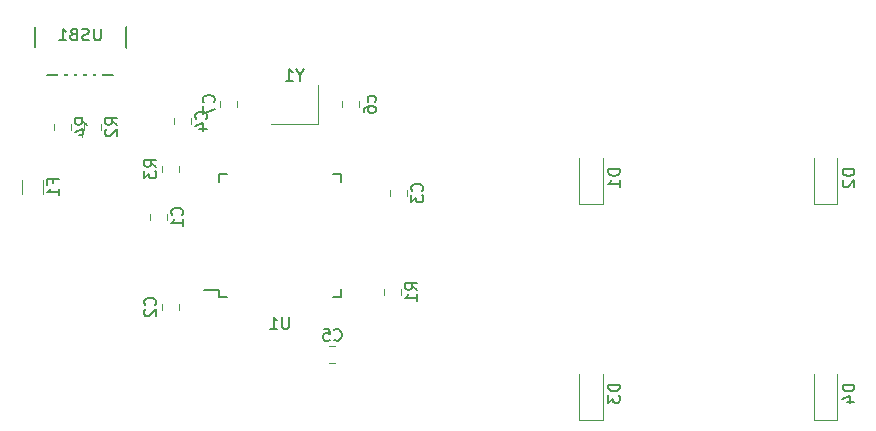
<source format=gbo>
%TF.GenerationSoftware,KiCad,Pcbnew,(5.1.6)-1*%
%TF.CreationDate,2020-06-28T09:04:37-05:00*%
%TF.ProjectId,PcbTUT,50636254-5554-42e6-9b69-6361645f7063,rev?*%
%TF.SameCoordinates,Original*%
%TF.FileFunction,Legend,Bot*%
%TF.FilePolarity,Positive*%
%FSLAX46Y46*%
G04 Gerber Fmt 4.6, Leading zero omitted, Abs format (unit mm)*
G04 Created by KiCad (PCBNEW (5.1.6)-1) date 2020-06-28 09:04:37*
%MOMM*%
%LPD*%
G01*
G04 APERTURE LIST*
%ADD10C,0.120000*%
%ADD11C,0.150000*%
%ADD12C,1.850000*%
%ADD13C,2.350000*%
%ADD14C,4.087800*%
%ADD15R,1.500000X1.300000*%
%ADD16O,1.800000X2.800000*%
%ADD17R,0.600000X2.350000*%
%ADD18R,0.650000X1.600000*%
%ADD19R,1.600000X0.650000*%
%ADD20R,1.300000X1.000000*%
G04 APERTURE END LIST*
D10*
%TO.C,Y1*%
X92773250Y-87377000D02*
X92773250Y-90677000D01*
X92773250Y-90677000D02*
X88773250Y-90677000D01*
D11*
%TO.C,USB1*%
X68794000Y-86577600D02*
X76494000Y-86577600D01*
X76494000Y-81127600D02*
X76494000Y-86577600D01*
X68794000Y-81127600D02*
X68794000Y-86577600D01*
%TO.C,U1*%
X84360000Y-105314500D02*
X84360000Y-104739500D01*
X94710000Y-105314500D02*
X94710000Y-104639500D01*
X94710000Y-94964500D02*
X94710000Y-95639500D01*
X84360000Y-94964500D02*
X84360000Y-95639500D01*
X84360000Y-105314500D02*
X85035000Y-105314500D01*
X84360000Y-94964500D02*
X85035000Y-94964500D01*
X94710000Y-94964500D02*
X94035000Y-94964500D01*
X94710000Y-105314500D02*
X94035000Y-105314500D01*
X84360000Y-104739500D02*
X83085000Y-104739500D01*
D10*
%TO.C,R4*%
X71830000Y-91190578D02*
X71830000Y-90673422D01*
X70410000Y-91190578D02*
X70410000Y-90673422D01*
%TO.C,R3*%
X79554000Y-94229422D02*
X79554000Y-94746578D01*
X80974000Y-94229422D02*
X80974000Y-94746578D01*
%TO.C,R2*%
X74370000Y-91190578D02*
X74370000Y-90673422D01*
X72950000Y-91190578D02*
X72950000Y-90673422D01*
%TO.C,R1*%
X99770000Y-105160578D02*
X99770000Y-104643422D01*
X98350000Y-105160578D02*
X98350000Y-104643422D01*
%TO.C,F1*%
X69490000Y-96614064D02*
X69490000Y-95409936D01*
X67670000Y-96614064D02*
X67670000Y-95409936D01*
%TO.C,D4*%
X136731250Y-115756250D02*
X134731250Y-115756250D01*
X134731250Y-115756250D02*
X134731250Y-111856250D01*
X136731250Y-115756250D02*
X136731250Y-111856250D01*
%TO.C,D3*%
X116887500Y-115756250D02*
X114887500Y-115756250D01*
X114887500Y-115756250D02*
X114887500Y-111856250D01*
X116887500Y-115756250D02*
X116887500Y-111856250D01*
%TO.C,D2*%
X136731250Y-97500000D02*
X134731250Y-97500000D01*
X134731250Y-97500000D02*
X134731250Y-93600000D01*
X136731250Y-97500000D02*
X136731250Y-93600000D01*
%TO.C,D1*%
X116887500Y-97500000D02*
X114887500Y-97500000D01*
X114887500Y-97500000D02*
X114887500Y-93600000D01*
X116887500Y-97500000D02*
X116887500Y-93600000D01*
%TO.C,C7*%
X84507000Y-88768422D02*
X84507000Y-89285578D01*
X85927000Y-88768422D02*
X85927000Y-89285578D01*
%TO.C,c6*%
X96245750Y-89285578D02*
X96245750Y-88768422D01*
X94825750Y-89285578D02*
X94825750Y-88768422D01*
%TO.C,C5*%
X94238578Y-109526000D02*
X93721422Y-109526000D01*
X94238578Y-110946000D02*
X93721422Y-110946000D01*
%TO.C,C4*%
X81990000Y-90682578D02*
X81990000Y-90165422D01*
X80570000Y-90682578D02*
X80570000Y-90165422D01*
%TO.C,C3*%
X100278000Y-96778578D02*
X100278000Y-96261422D01*
X98858000Y-96778578D02*
X98858000Y-96261422D01*
%TO.C,C2*%
X79554000Y-105913422D02*
X79554000Y-106430578D01*
X80974000Y-105913422D02*
X80974000Y-106430578D01*
%TO.C,C1*%
X79958000Y-98810578D02*
X79958000Y-98293422D01*
X78538000Y-98810578D02*
X78538000Y-98293422D01*
%TO.C,Y1*%
D11*
X91249440Y-86553190D02*
X91249440Y-87029380D01*
X91582773Y-86029380D02*
X91249440Y-86553190D01*
X90916107Y-86029380D01*
X90058964Y-87029380D02*
X90630392Y-87029380D01*
X90344678Y-87029380D02*
X90344678Y-86029380D01*
X90439916Y-86172238D01*
X90535154Y-86267476D01*
X90630392Y-86315095D01*
%TO.C,USB1*%
X74382095Y-82611980D02*
X74382095Y-83421504D01*
X74334476Y-83516742D01*
X74286857Y-83564361D01*
X74191619Y-83611980D01*
X74001142Y-83611980D01*
X73905904Y-83564361D01*
X73858285Y-83516742D01*
X73810666Y-83421504D01*
X73810666Y-82611980D01*
X73382095Y-83564361D02*
X73239238Y-83611980D01*
X73001142Y-83611980D01*
X72905904Y-83564361D01*
X72858285Y-83516742D01*
X72810666Y-83421504D01*
X72810666Y-83326266D01*
X72858285Y-83231028D01*
X72905904Y-83183409D01*
X73001142Y-83135790D01*
X73191619Y-83088171D01*
X73286857Y-83040552D01*
X73334476Y-82992933D01*
X73382095Y-82897695D01*
X73382095Y-82802457D01*
X73334476Y-82707219D01*
X73286857Y-82659600D01*
X73191619Y-82611980D01*
X72953523Y-82611980D01*
X72810666Y-82659600D01*
X72048761Y-83088171D02*
X71905904Y-83135790D01*
X71858285Y-83183409D01*
X71810666Y-83278647D01*
X71810666Y-83421504D01*
X71858285Y-83516742D01*
X71905904Y-83564361D01*
X72001142Y-83611980D01*
X72382095Y-83611980D01*
X72382095Y-82611980D01*
X72048761Y-82611980D01*
X71953523Y-82659600D01*
X71905904Y-82707219D01*
X71858285Y-82802457D01*
X71858285Y-82897695D01*
X71905904Y-82992933D01*
X71953523Y-83040552D01*
X72048761Y-83088171D01*
X72382095Y-83088171D01*
X70858285Y-83611980D02*
X71429714Y-83611980D01*
X71144000Y-83611980D02*
X71144000Y-82611980D01*
X71239238Y-82754838D01*
X71334476Y-82850076D01*
X71429714Y-82897695D01*
%TO.C,U1*%
X90296904Y-107041880D02*
X90296904Y-107851404D01*
X90249285Y-107946642D01*
X90201666Y-107994261D01*
X90106428Y-108041880D01*
X89915952Y-108041880D01*
X89820714Y-107994261D01*
X89773095Y-107946642D01*
X89725476Y-107851404D01*
X89725476Y-107041880D01*
X88725476Y-108041880D02*
X89296904Y-108041880D01*
X89011190Y-108041880D02*
X89011190Y-107041880D01*
X89106428Y-107184738D01*
X89201666Y-107279976D01*
X89296904Y-107327595D01*
%TO.C,R4*%
X73222380Y-90765333D02*
X72746190Y-90432000D01*
X73222380Y-90193904D02*
X72222380Y-90193904D01*
X72222380Y-90574857D01*
X72270000Y-90670095D01*
X72317619Y-90717714D01*
X72412857Y-90765333D01*
X72555714Y-90765333D01*
X72650952Y-90717714D01*
X72698571Y-90670095D01*
X72746190Y-90574857D01*
X72746190Y-90193904D01*
X72555714Y-91622476D02*
X73222380Y-91622476D01*
X72174761Y-91384380D02*
X72889047Y-91146285D01*
X72889047Y-91765333D01*
%TO.C,R3*%
X79066380Y-94321333D02*
X78590190Y-93988000D01*
X79066380Y-93749904D02*
X78066380Y-93749904D01*
X78066380Y-94130857D01*
X78114000Y-94226095D01*
X78161619Y-94273714D01*
X78256857Y-94321333D01*
X78399714Y-94321333D01*
X78494952Y-94273714D01*
X78542571Y-94226095D01*
X78590190Y-94130857D01*
X78590190Y-93749904D01*
X78066380Y-94654666D02*
X78066380Y-95273714D01*
X78447333Y-94940380D01*
X78447333Y-95083238D01*
X78494952Y-95178476D01*
X78542571Y-95226095D01*
X78637809Y-95273714D01*
X78875904Y-95273714D01*
X78971142Y-95226095D01*
X79018761Y-95178476D01*
X79066380Y-95083238D01*
X79066380Y-94797523D01*
X79018761Y-94702285D01*
X78971142Y-94654666D01*
%TO.C,R2*%
X75762380Y-90765333D02*
X75286190Y-90432000D01*
X75762380Y-90193904D02*
X74762380Y-90193904D01*
X74762380Y-90574857D01*
X74810000Y-90670095D01*
X74857619Y-90717714D01*
X74952857Y-90765333D01*
X75095714Y-90765333D01*
X75190952Y-90717714D01*
X75238571Y-90670095D01*
X75286190Y-90574857D01*
X75286190Y-90193904D01*
X74857619Y-91146285D02*
X74810000Y-91193904D01*
X74762380Y-91289142D01*
X74762380Y-91527238D01*
X74810000Y-91622476D01*
X74857619Y-91670095D01*
X74952857Y-91717714D01*
X75048095Y-91717714D01*
X75190952Y-91670095D01*
X75762380Y-91098666D01*
X75762380Y-91717714D01*
%TO.C,R1*%
X101162380Y-104735333D02*
X100686190Y-104402000D01*
X101162380Y-104163904D02*
X100162380Y-104163904D01*
X100162380Y-104544857D01*
X100210000Y-104640095D01*
X100257619Y-104687714D01*
X100352857Y-104735333D01*
X100495714Y-104735333D01*
X100590952Y-104687714D01*
X100638571Y-104640095D01*
X100686190Y-104544857D01*
X100686190Y-104163904D01*
X101162380Y-105687714D02*
X101162380Y-105116285D01*
X101162380Y-105402000D02*
X100162380Y-105402000D01*
X100305238Y-105306761D01*
X100400476Y-105211523D01*
X100448095Y-105116285D01*
%TO.C,F1*%
X70328571Y-95678666D02*
X70328571Y-95345333D01*
X70852380Y-95345333D02*
X69852380Y-95345333D01*
X69852380Y-95821523D01*
X70852380Y-96726285D02*
X70852380Y-96154857D01*
X70852380Y-96440571D02*
X69852380Y-96440571D01*
X69995238Y-96345333D01*
X70090476Y-96250095D01*
X70138095Y-96154857D01*
%TO.C,D4*%
X138183630Y-112768154D02*
X137183630Y-112768154D01*
X137183630Y-113006250D01*
X137231250Y-113149107D01*
X137326488Y-113244345D01*
X137421726Y-113291964D01*
X137612202Y-113339583D01*
X137755059Y-113339583D01*
X137945535Y-113291964D01*
X138040773Y-113244345D01*
X138136011Y-113149107D01*
X138183630Y-113006250D01*
X138183630Y-112768154D01*
X137516964Y-114196726D02*
X138183630Y-114196726D01*
X137136011Y-113958630D02*
X137850297Y-113720535D01*
X137850297Y-114339583D01*
%TO.C,D3*%
X118339880Y-112768154D02*
X117339880Y-112768154D01*
X117339880Y-113006250D01*
X117387500Y-113149107D01*
X117482738Y-113244345D01*
X117577976Y-113291964D01*
X117768452Y-113339583D01*
X117911309Y-113339583D01*
X118101785Y-113291964D01*
X118197023Y-113244345D01*
X118292261Y-113149107D01*
X118339880Y-113006250D01*
X118339880Y-112768154D01*
X117339880Y-113672916D02*
X117339880Y-114291964D01*
X117720833Y-113958630D01*
X117720833Y-114101488D01*
X117768452Y-114196726D01*
X117816071Y-114244345D01*
X117911309Y-114291964D01*
X118149404Y-114291964D01*
X118244642Y-114244345D01*
X118292261Y-114196726D01*
X118339880Y-114101488D01*
X118339880Y-113815773D01*
X118292261Y-113720535D01*
X118244642Y-113672916D01*
%TO.C,D2*%
X138183630Y-94511904D02*
X137183630Y-94511904D01*
X137183630Y-94750000D01*
X137231250Y-94892857D01*
X137326488Y-94988095D01*
X137421726Y-95035714D01*
X137612202Y-95083333D01*
X137755059Y-95083333D01*
X137945535Y-95035714D01*
X138040773Y-94988095D01*
X138136011Y-94892857D01*
X138183630Y-94750000D01*
X138183630Y-94511904D01*
X137278869Y-95464285D02*
X137231250Y-95511904D01*
X137183630Y-95607142D01*
X137183630Y-95845238D01*
X137231250Y-95940476D01*
X137278869Y-95988095D01*
X137374107Y-96035714D01*
X137469345Y-96035714D01*
X137612202Y-95988095D01*
X138183630Y-95416666D01*
X138183630Y-96035714D01*
%TO.C,D1*%
X118339880Y-94511904D02*
X117339880Y-94511904D01*
X117339880Y-94750000D01*
X117387500Y-94892857D01*
X117482738Y-94988095D01*
X117577976Y-95035714D01*
X117768452Y-95083333D01*
X117911309Y-95083333D01*
X118101785Y-95035714D01*
X118197023Y-94988095D01*
X118292261Y-94892857D01*
X118339880Y-94750000D01*
X118339880Y-94511904D01*
X118339880Y-96035714D02*
X118339880Y-95464285D01*
X118339880Y-95750000D02*
X117339880Y-95750000D01*
X117482738Y-95654761D01*
X117577976Y-95559523D01*
X117625595Y-95464285D01*
%TO.C,C7*%
X83924142Y-88860333D02*
X83971761Y-88812714D01*
X84019380Y-88669857D01*
X84019380Y-88574619D01*
X83971761Y-88431761D01*
X83876523Y-88336523D01*
X83781285Y-88288904D01*
X83590809Y-88241285D01*
X83447952Y-88241285D01*
X83257476Y-88288904D01*
X83162238Y-88336523D01*
X83067000Y-88431761D01*
X83019380Y-88574619D01*
X83019380Y-88669857D01*
X83067000Y-88812714D01*
X83114619Y-88860333D01*
X83019380Y-89193666D02*
X83019380Y-89860333D01*
X84019380Y-89431761D01*
%TO.C,c6*%
X97590511Y-88788904D02*
X97638130Y-88693666D01*
X97638130Y-88503190D01*
X97590511Y-88407952D01*
X97542892Y-88360333D01*
X97447654Y-88312714D01*
X97161940Y-88312714D01*
X97066702Y-88360333D01*
X97019083Y-88407952D01*
X96971464Y-88503190D01*
X96971464Y-88693666D01*
X97019083Y-88788904D01*
X96638130Y-89646047D02*
X96638130Y-89455571D01*
X96685750Y-89360333D01*
X96733369Y-89312714D01*
X96876226Y-89217476D01*
X97066702Y-89169857D01*
X97447654Y-89169857D01*
X97542892Y-89217476D01*
X97590511Y-89265095D01*
X97638130Y-89360333D01*
X97638130Y-89550809D01*
X97590511Y-89646047D01*
X97542892Y-89693666D01*
X97447654Y-89741285D01*
X97209559Y-89741285D01*
X97114321Y-89693666D01*
X97066702Y-89646047D01*
X97019083Y-89550809D01*
X97019083Y-89360333D01*
X97066702Y-89265095D01*
X97114321Y-89217476D01*
X97209559Y-89169857D01*
%TO.C,C5*%
X94146666Y-108943142D02*
X94194285Y-108990761D01*
X94337142Y-109038380D01*
X94432380Y-109038380D01*
X94575238Y-108990761D01*
X94670476Y-108895523D01*
X94718095Y-108800285D01*
X94765714Y-108609809D01*
X94765714Y-108466952D01*
X94718095Y-108276476D01*
X94670476Y-108181238D01*
X94575238Y-108086000D01*
X94432380Y-108038380D01*
X94337142Y-108038380D01*
X94194285Y-108086000D01*
X94146666Y-108133619D01*
X93241904Y-108038380D02*
X93718095Y-108038380D01*
X93765714Y-108514571D01*
X93718095Y-108466952D01*
X93622857Y-108419333D01*
X93384761Y-108419333D01*
X93289523Y-108466952D01*
X93241904Y-108514571D01*
X93194285Y-108609809D01*
X93194285Y-108847904D01*
X93241904Y-108943142D01*
X93289523Y-108990761D01*
X93384761Y-109038380D01*
X93622857Y-109038380D01*
X93718095Y-108990761D01*
X93765714Y-108943142D01*
%TO.C,C4*%
X83287142Y-90257333D02*
X83334761Y-90209714D01*
X83382380Y-90066857D01*
X83382380Y-89971619D01*
X83334761Y-89828761D01*
X83239523Y-89733523D01*
X83144285Y-89685904D01*
X82953809Y-89638285D01*
X82810952Y-89638285D01*
X82620476Y-89685904D01*
X82525238Y-89733523D01*
X82430000Y-89828761D01*
X82382380Y-89971619D01*
X82382380Y-90066857D01*
X82430000Y-90209714D01*
X82477619Y-90257333D01*
X82715714Y-91114476D02*
X83382380Y-91114476D01*
X82334761Y-90876380D02*
X83049047Y-90638285D01*
X83049047Y-91257333D01*
%TO.C,C3*%
X101575142Y-96353333D02*
X101622761Y-96305714D01*
X101670380Y-96162857D01*
X101670380Y-96067619D01*
X101622761Y-95924761D01*
X101527523Y-95829523D01*
X101432285Y-95781904D01*
X101241809Y-95734285D01*
X101098952Y-95734285D01*
X100908476Y-95781904D01*
X100813238Y-95829523D01*
X100718000Y-95924761D01*
X100670380Y-96067619D01*
X100670380Y-96162857D01*
X100718000Y-96305714D01*
X100765619Y-96353333D01*
X100670380Y-96686666D02*
X100670380Y-97305714D01*
X101051333Y-96972380D01*
X101051333Y-97115238D01*
X101098952Y-97210476D01*
X101146571Y-97258095D01*
X101241809Y-97305714D01*
X101479904Y-97305714D01*
X101575142Y-97258095D01*
X101622761Y-97210476D01*
X101670380Y-97115238D01*
X101670380Y-96829523D01*
X101622761Y-96734285D01*
X101575142Y-96686666D01*
%TO.C,C2*%
X78971142Y-106005333D02*
X79018761Y-105957714D01*
X79066380Y-105814857D01*
X79066380Y-105719619D01*
X79018761Y-105576761D01*
X78923523Y-105481523D01*
X78828285Y-105433904D01*
X78637809Y-105386285D01*
X78494952Y-105386285D01*
X78304476Y-105433904D01*
X78209238Y-105481523D01*
X78114000Y-105576761D01*
X78066380Y-105719619D01*
X78066380Y-105814857D01*
X78114000Y-105957714D01*
X78161619Y-106005333D01*
X78161619Y-106386285D02*
X78114000Y-106433904D01*
X78066380Y-106529142D01*
X78066380Y-106767238D01*
X78114000Y-106862476D01*
X78161619Y-106910095D01*
X78256857Y-106957714D01*
X78352095Y-106957714D01*
X78494952Y-106910095D01*
X79066380Y-106338666D01*
X79066380Y-106957714D01*
%TO.C,C1*%
X81255142Y-98385333D02*
X81302761Y-98337714D01*
X81350380Y-98194857D01*
X81350380Y-98099619D01*
X81302761Y-97956761D01*
X81207523Y-97861523D01*
X81112285Y-97813904D01*
X80921809Y-97766285D01*
X80778952Y-97766285D01*
X80588476Y-97813904D01*
X80493238Y-97861523D01*
X80398000Y-97956761D01*
X80350380Y-98099619D01*
X80350380Y-98194857D01*
X80398000Y-98337714D01*
X80445619Y-98385333D01*
X81350380Y-99337714D02*
X81350380Y-98766285D01*
X81350380Y-99052000D02*
X80350380Y-99052000D01*
X80493238Y-98956761D01*
X80588476Y-98861523D01*
X80636095Y-98766285D01*
%TD*%
%LPC*%
D12*
%TO.C,MX2*%
X117792500Y-107950000D03*
X107632500Y-107950000D03*
D13*
X110212500Y-103950000D03*
D14*
X112712500Y-107950000D03*
G36*
G01*
X108117791Y-106284560D02*
X108117791Y-106284561D01*
G75*
G02*
X108027939Y-104625291I784709J874561D01*
G01*
X109337941Y-103165291D01*
G75*
G02*
X110997211Y-103075439I874561J-784709D01*
G01*
X110997211Y-103075439D01*
G75*
G02*
X111087063Y-104734709I-784709J-874561D01*
G01*
X109777061Y-106194709D01*
G75*
G02*
X108117791Y-106284561I-874561J784709D01*
G01*
G37*
D13*
X115252500Y-102870000D03*
G36*
G01*
X115131657Y-104622216D02*
X115131657Y-104622216D01*
G75*
G02*
X114040284Y-103369157I80843J1172216D01*
G01*
X114080284Y-102789157D01*
G75*
G02*
X115333343Y-101697784I1172216J-80843D01*
G01*
X115333343Y-101697784D01*
G75*
G02*
X116424716Y-102950843I-80843J-1172216D01*
G01*
X116384716Y-103530843D01*
G75*
G02*
X115131657Y-104622216I-1172216J80843D01*
G01*
G37*
%TD*%
D15*
%TO.C,Y1*%
X91873250Y-88177000D03*
X89673250Y-88177000D03*
X89673250Y-89877000D03*
X91873250Y-89877000D03*
%TD*%
D16*
%TO.C,USB1*%
X68994000Y-81127600D03*
X76294000Y-81127600D03*
X76294000Y-85627600D03*
X68994000Y-85627600D03*
D17*
X71044000Y-85627600D03*
X71844000Y-85627600D03*
X72644000Y-85627600D03*
X73444000Y-85627600D03*
X74244000Y-85627600D03*
%TD*%
D18*
%TO.C,U1*%
X85535000Y-105839500D03*
X86335000Y-105839500D03*
X87135000Y-105839500D03*
X87935000Y-105839500D03*
X88735000Y-105839500D03*
X89535000Y-105839500D03*
X90335000Y-105839500D03*
X91135000Y-105839500D03*
X91935000Y-105839500D03*
X92735000Y-105839500D03*
X93535000Y-105839500D03*
D19*
X95235000Y-104139500D03*
X95235000Y-103339500D03*
X95235000Y-102539500D03*
X95235000Y-101739500D03*
X95235000Y-100939500D03*
X95235000Y-100139500D03*
X95235000Y-99339500D03*
X95235000Y-98539500D03*
X95235000Y-97739500D03*
X95235000Y-96939500D03*
X95235000Y-96139500D03*
D18*
X93535000Y-94439500D03*
X92735000Y-94439500D03*
X91935000Y-94439500D03*
X91135000Y-94439500D03*
X90335000Y-94439500D03*
X89535000Y-94439500D03*
X88735000Y-94439500D03*
X87935000Y-94439500D03*
X87135000Y-94439500D03*
X86335000Y-94439500D03*
X85535000Y-94439500D03*
D19*
X83835000Y-96139500D03*
X83835000Y-96939500D03*
X83835000Y-97739500D03*
X83835000Y-98539500D03*
X83835000Y-99339500D03*
X83835000Y-100139500D03*
X83835000Y-100939500D03*
X83835000Y-101739500D03*
X83835000Y-102539500D03*
X83835000Y-103339500D03*
X83835000Y-104139500D03*
%TD*%
%TO.C,R4*%
G36*
G01*
X71601250Y-90532000D02*
X70638750Y-90532000D01*
G75*
G02*
X70370000Y-90263250I0J268750D01*
G01*
X70370000Y-89725750D01*
G75*
G02*
X70638750Y-89457000I268750J0D01*
G01*
X71601250Y-89457000D01*
G75*
G02*
X71870000Y-89725750I0J-268750D01*
G01*
X71870000Y-90263250D01*
G75*
G02*
X71601250Y-90532000I-268750J0D01*
G01*
G37*
G36*
G01*
X71601250Y-92407000D02*
X70638750Y-92407000D01*
G75*
G02*
X70370000Y-92138250I0J268750D01*
G01*
X70370000Y-91600750D01*
G75*
G02*
X70638750Y-91332000I268750J0D01*
G01*
X71601250Y-91332000D01*
G75*
G02*
X71870000Y-91600750I0J-268750D01*
G01*
X71870000Y-92138250D01*
G75*
G02*
X71601250Y-92407000I-268750J0D01*
G01*
G37*
%TD*%
%TO.C,R3*%
G36*
G01*
X79782750Y-94888000D02*
X80745250Y-94888000D01*
G75*
G02*
X81014000Y-95156750I0J-268750D01*
G01*
X81014000Y-95694250D01*
G75*
G02*
X80745250Y-95963000I-268750J0D01*
G01*
X79782750Y-95963000D01*
G75*
G02*
X79514000Y-95694250I0J268750D01*
G01*
X79514000Y-95156750D01*
G75*
G02*
X79782750Y-94888000I268750J0D01*
G01*
G37*
G36*
G01*
X79782750Y-93013000D02*
X80745250Y-93013000D01*
G75*
G02*
X81014000Y-93281750I0J-268750D01*
G01*
X81014000Y-93819250D01*
G75*
G02*
X80745250Y-94088000I-268750J0D01*
G01*
X79782750Y-94088000D01*
G75*
G02*
X79514000Y-93819250I0J268750D01*
G01*
X79514000Y-93281750D01*
G75*
G02*
X79782750Y-93013000I268750J0D01*
G01*
G37*
%TD*%
%TO.C,R2*%
G36*
G01*
X74141250Y-90532000D02*
X73178750Y-90532000D01*
G75*
G02*
X72910000Y-90263250I0J268750D01*
G01*
X72910000Y-89725750D01*
G75*
G02*
X73178750Y-89457000I268750J0D01*
G01*
X74141250Y-89457000D01*
G75*
G02*
X74410000Y-89725750I0J-268750D01*
G01*
X74410000Y-90263250D01*
G75*
G02*
X74141250Y-90532000I-268750J0D01*
G01*
G37*
G36*
G01*
X74141250Y-92407000D02*
X73178750Y-92407000D01*
G75*
G02*
X72910000Y-92138250I0J268750D01*
G01*
X72910000Y-91600750D01*
G75*
G02*
X73178750Y-91332000I268750J0D01*
G01*
X74141250Y-91332000D01*
G75*
G02*
X74410000Y-91600750I0J-268750D01*
G01*
X74410000Y-92138250D01*
G75*
G02*
X74141250Y-92407000I-268750J0D01*
G01*
G37*
%TD*%
%TO.C,R1*%
G36*
G01*
X99541250Y-104502000D02*
X98578750Y-104502000D01*
G75*
G02*
X98310000Y-104233250I0J268750D01*
G01*
X98310000Y-103695750D01*
G75*
G02*
X98578750Y-103427000I268750J0D01*
G01*
X99541250Y-103427000D01*
G75*
G02*
X99810000Y-103695750I0J-268750D01*
G01*
X99810000Y-104233250D01*
G75*
G02*
X99541250Y-104502000I-268750J0D01*
G01*
G37*
G36*
G01*
X99541250Y-106377000D02*
X98578750Y-106377000D01*
G75*
G02*
X98310000Y-106108250I0J268750D01*
G01*
X98310000Y-105570750D01*
G75*
G02*
X98578750Y-105302000I268750J0D01*
G01*
X99541250Y-105302000D01*
G75*
G02*
X99810000Y-105570750I0J-268750D01*
G01*
X99810000Y-106108250D01*
G75*
G02*
X99541250Y-106377000I-268750J0D01*
G01*
G37*
%TD*%
D12*
%TO.C,MX3*%
X136842500Y-107950000D03*
X126682500Y-107950000D03*
D13*
X129262500Y-103950000D03*
D14*
X131762500Y-107950000D03*
G36*
G01*
X127167791Y-106284560D02*
X127167791Y-106284561D01*
G75*
G02*
X127077939Y-104625291I784709J874561D01*
G01*
X128387941Y-103165291D01*
G75*
G02*
X130047211Y-103075439I874561J-784709D01*
G01*
X130047211Y-103075439D01*
G75*
G02*
X130137063Y-104734709I-784709J-874561D01*
G01*
X128827061Y-106194709D01*
G75*
G02*
X127167791Y-106284561I-874561J784709D01*
G01*
G37*
D13*
X134302500Y-102870000D03*
G36*
G01*
X134181657Y-104622216D02*
X134181657Y-104622216D01*
G75*
G02*
X133090284Y-103369157I80843J1172216D01*
G01*
X133130284Y-102789157D01*
G75*
G02*
X134383343Y-101697784I1172216J-80843D01*
G01*
X134383343Y-101697784D01*
G75*
G02*
X135474716Y-102950843I-80843J-1172216D01*
G01*
X135434716Y-103530843D01*
G75*
G02*
X134181657Y-104622216I-1172216J80843D01*
G01*
G37*
%TD*%
D12*
%TO.C,MX1*%
X136842500Y-88900000D03*
X126682500Y-88900000D03*
D13*
X129262500Y-84900000D03*
D14*
X131762500Y-88900000D03*
G36*
G01*
X127167791Y-87234560D02*
X127167791Y-87234561D01*
G75*
G02*
X127077939Y-85575291I784709J874561D01*
G01*
X128387941Y-84115291D01*
G75*
G02*
X130047211Y-84025439I874561J-784709D01*
G01*
X130047211Y-84025439D01*
G75*
G02*
X130137063Y-85684709I-784709J-874561D01*
G01*
X128827061Y-87144709D01*
G75*
G02*
X127167791Y-87234561I-874561J784709D01*
G01*
G37*
D13*
X134302500Y-83820000D03*
G36*
G01*
X134181657Y-85572216D02*
X134181657Y-85572216D01*
G75*
G02*
X133090284Y-84319157I80843J1172216D01*
G01*
X133130284Y-83739157D01*
G75*
G02*
X134383343Y-82647784I1172216J-80843D01*
G01*
X134383343Y-82647784D01*
G75*
G02*
X135474716Y-83900843I-80843J-1172216D01*
G01*
X135434716Y-84480843D01*
G75*
G02*
X134181657Y-85572216I-1172216J80843D01*
G01*
G37*
%TD*%
D12*
%TO.C,MX0*%
X117792500Y-88900000D03*
X107632500Y-88900000D03*
D13*
X110212500Y-84900000D03*
D14*
X112712500Y-88900000D03*
G36*
G01*
X108117791Y-87234560D02*
X108117791Y-87234561D01*
G75*
G02*
X108027939Y-85575291I784709J874561D01*
G01*
X109337941Y-84115291D01*
G75*
G02*
X110997211Y-84025439I874561J-784709D01*
G01*
X110997211Y-84025439D01*
G75*
G02*
X111087063Y-85684709I-784709J-874561D01*
G01*
X109777061Y-87144709D01*
G75*
G02*
X108117791Y-87234561I-874561J784709D01*
G01*
G37*
D13*
X115252500Y-83820000D03*
G36*
G01*
X115131657Y-85572216D02*
X115131657Y-85572216D01*
G75*
G02*
X114040284Y-84319157I80843J1172216D01*
G01*
X114080284Y-83739157D01*
G75*
G02*
X115333343Y-82647784I1172216J-80843D01*
G01*
X115333343Y-82647784D01*
G75*
G02*
X116424716Y-83900843I-80843J-1172216D01*
G01*
X116384716Y-84480843D01*
G75*
G02*
X115131657Y-85572216I-1172216J80843D01*
G01*
G37*
%TD*%
%TO.C,F1*%
G36*
G01*
X69235000Y-95287000D02*
X67925000Y-95287000D01*
G75*
G02*
X67655000Y-95017000I0J270000D01*
G01*
X67655000Y-94207000D01*
G75*
G02*
X67925000Y-93937000I270000J0D01*
G01*
X69235000Y-93937000D01*
G75*
G02*
X69505000Y-94207000I0J-270000D01*
G01*
X69505000Y-95017000D01*
G75*
G02*
X69235000Y-95287000I-270000J0D01*
G01*
G37*
G36*
G01*
X69235000Y-98087000D02*
X67925000Y-98087000D01*
G75*
G02*
X67655000Y-97817000I0J270000D01*
G01*
X67655000Y-97007000D01*
G75*
G02*
X67925000Y-96737000I270000J0D01*
G01*
X69235000Y-96737000D01*
G75*
G02*
X69505000Y-97007000I0J-270000D01*
G01*
X69505000Y-97817000D01*
G75*
G02*
X69235000Y-98087000I-270000J0D01*
G01*
G37*
%TD*%
D20*
%TO.C,D4*%
X135731250Y-111856250D03*
X135731250Y-115156250D03*
%TD*%
%TO.C,D3*%
X115887500Y-111856250D03*
X115887500Y-115156250D03*
%TD*%
%TO.C,D2*%
X135731250Y-93600000D03*
X135731250Y-96900000D03*
%TD*%
%TO.C,D1*%
X115887500Y-93600000D03*
X115887500Y-96900000D03*
%TD*%
%TO.C,C7*%
G36*
G01*
X84735750Y-89427000D02*
X85698250Y-89427000D01*
G75*
G02*
X85967000Y-89695750I0J-268750D01*
G01*
X85967000Y-90233250D01*
G75*
G02*
X85698250Y-90502000I-268750J0D01*
G01*
X84735750Y-90502000D01*
G75*
G02*
X84467000Y-90233250I0J268750D01*
G01*
X84467000Y-89695750D01*
G75*
G02*
X84735750Y-89427000I268750J0D01*
G01*
G37*
G36*
G01*
X84735750Y-87552000D02*
X85698250Y-87552000D01*
G75*
G02*
X85967000Y-87820750I0J-268750D01*
G01*
X85967000Y-88358250D01*
G75*
G02*
X85698250Y-88627000I-268750J0D01*
G01*
X84735750Y-88627000D01*
G75*
G02*
X84467000Y-88358250I0J268750D01*
G01*
X84467000Y-87820750D01*
G75*
G02*
X84735750Y-87552000I268750J0D01*
G01*
G37*
%TD*%
%TO.C,c6*%
G36*
G01*
X96017000Y-88627000D02*
X95054500Y-88627000D01*
G75*
G02*
X94785750Y-88358250I0J268750D01*
G01*
X94785750Y-87820750D01*
G75*
G02*
X95054500Y-87552000I268750J0D01*
G01*
X96017000Y-87552000D01*
G75*
G02*
X96285750Y-87820750I0J-268750D01*
G01*
X96285750Y-88358250D01*
G75*
G02*
X96017000Y-88627000I-268750J0D01*
G01*
G37*
G36*
G01*
X96017000Y-90502000D02*
X95054500Y-90502000D01*
G75*
G02*
X94785750Y-90233250I0J268750D01*
G01*
X94785750Y-89695750D01*
G75*
G02*
X95054500Y-89427000I268750J0D01*
G01*
X96017000Y-89427000D01*
G75*
G02*
X96285750Y-89695750I0J-268750D01*
G01*
X96285750Y-90233250D01*
G75*
G02*
X96017000Y-90502000I-268750J0D01*
G01*
G37*
%TD*%
%TO.C,C5*%
G36*
G01*
X93580000Y-109754750D02*
X93580000Y-110717250D01*
G75*
G02*
X93311250Y-110986000I-268750J0D01*
G01*
X92773750Y-110986000D01*
G75*
G02*
X92505000Y-110717250I0J268750D01*
G01*
X92505000Y-109754750D01*
G75*
G02*
X92773750Y-109486000I268750J0D01*
G01*
X93311250Y-109486000D01*
G75*
G02*
X93580000Y-109754750I0J-268750D01*
G01*
G37*
G36*
G01*
X95455000Y-109754750D02*
X95455000Y-110717250D01*
G75*
G02*
X95186250Y-110986000I-268750J0D01*
G01*
X94648750Y-110986000D01*
G75*
G02*
X94380000Y-110717250I0J268750D01*
G01*
X94380000Y-109754750D01*
G75*
G02*
X94648750Y-109486000I268750J0D01*
G01*
X95186250Y-109486000D01*
G75*
G02*
X95455000Y-109754750I0J-268750D01*
G01*
G37*
%TD*%
%TO.C,C4*%
G36*
G01*
X81761250Y-90024000D02*
X80798750Y-90024000D01*
G75*
G02*
X80530000Y-89755250I0J268750D01*
G01*
X80530000Y-89217750D01*
G75*
G02*
X80798750Y-88949000I268750J0D01*
G01*
X81761250Y-88949000D01*
G75*
G02*
X82030000Y-89217750I0J-268750D01*
G01*
X82030000Y-89755250D01*
G75*
G02*
X81761250Y-90024000I-268750J0D01*
G01*
G37*
G36*
G01*
X81761250Y-91899000D02*
X80798750Y-91899000D01*
G75*
G02*
X80530000Y-91630250I0J268750D01*
G01*
X80530000Y-91092750D01*
G75*
G02*
X80798750Y-90824000I268750J0D01*
G01*
X81761250Y-90824000D01*
G75*
G02*
X82030000Y-91092750I0J-268750D01*
G01*
X82030000Y-91630250D01*
G75*
G02*
X81761250Y-91899000I-268750J0D01*
G01*
G37*
%TD*%
%TO.C,C3*%
G36*
G01*
X100049250Y-96120000D02*
X99086750Y-96120000D01*
G75*
G02*
X98818000Y-95851250I0J268750D01*
G01*
X98818000Y-95313750D01*
G75*
G02*
X99086750Y-95045000I268750J0D01*
G01*
X100049250Y-95045000D01*
G75*
G02*
X100318000Y-95313750I0J-268750D01*
G01*
X100318000Y-95851250D01*
G75*
G02*
X100049250Y-96120000I-268750J0D01*
G01*
G37*
G36*
G01*
X100049250Y-97995000D02*
X99086750Y-97995000D01*
G75*
G02*
X98818000Y-97726250I0J268750D01*
G01*
X98818000Y-97188750D01*
G75*
G02*
X99086750Y-96920000I268750J0D01*
G01*
X100049250Y-96920000D01*
G75*
G02*
X100318000Y-97188750I0J-268750D01*
G01*
X100318000Y-97726250D01*
G75*
G02*
X100049250Y-97995000I-268750J0D01*
G01*
G37*
%TD*%
%TO.C,C2*%
G36*
G01*
X79782750Y-106572000D02*
X80745250Y-106572000D01*
G75*
G02*
X81014000Y-106840750I0J-268750D01*
G01*
X81014000Y-107378250D01*
G75*
G02*
X80745250Y-107647000I-268750J0D01*
G01*
X79782750Y-107647000D01*
G75*
G02*
X79514000Y-107378250I0J268750D01*
G01*
X79514000Y-106840750D01*
G75*
G02*
X79782750Y-106572000I268750J0D01*
G01*
G37*
G36*
G01*
X79782750Y-104697000D02*
X80745250Y-104697000D01*
G75*
G02*
X81014000Y-104965750I0J-268750D01*
G01*
X81014000Y-105503250D01*
G75*
G02*
X80745250Y-105772000I-268750J0D01*
G01*
X79782750Y-105772000D01*
G75*
G02*
X79514000Y-105503250I0J268750D01*
G01*
X79514000Y-104965750D01*
G75*
G02*
X79782750Y-104697000I268750J0D01*
G01*
G37*
%TD*%
%TO.C,C1*%
G36*
G01*
X79729250Y-98152000D02*
X78766750Y-98152000D01*
G75*
G02*
X78498000Y-97883250I0J268750D01*
G01*
X78498000Y-97345750D01*
G75*
G02*
X78766750Y-97077000I268750J0D01*
G01*
X79729250Y-97077000D01*
G75*
G02*
X79998000Y-97345750I0J-268750D01*
G01*
X79998000Y-97883250D01*
G75*
G02*
X79729250Y-98152000I-268750J0D01*
G01*
G37*
G36*
G01*
X79729250Y-100027000D02*
X78766750Y-100027000D01*
G75*
G02*
X78498000Y-99758250I0J268750D01*
G01*
X78498000Y-99220750D01*
G75*
G02*
X78766750Y-98952000I268750J0D01*
G01*
X79729250Y-98952000D01*
G75*
G02*
X79998000Y-99220750I0J-268750D01*
G01*
X79998000Y-99758250D01*
G75*
G02*
X79729250Y-100027000I-268750J0D01*
G01*
G37*
%TD*%
M02*

</source>
